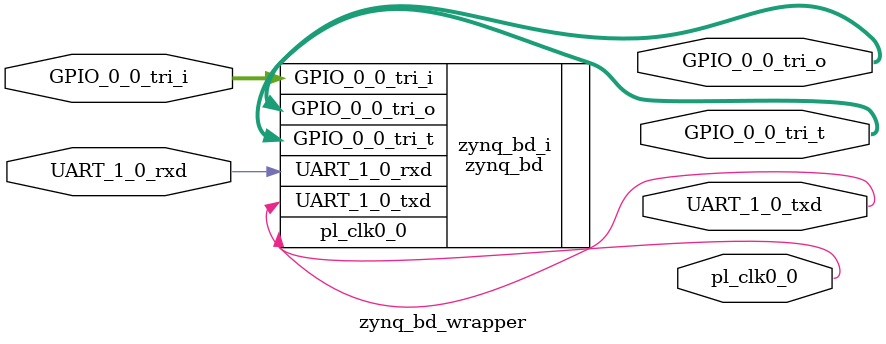
<source format=v>
`timescale 1 ps / 1 ps

module zynq_bd_wrapper
   (UART_1_0_rxd,
    UART_1_0_txd,
    GPIO_0_0_tri_i,
    GPIO_0_0_tri_o,
    GPIO_0_0_tri_t,
    pl_clk0_0    
    );
  input UART_1_0_rxd;
  output UART_1_0_txd;
  input [15:0] GPIO_0_0_tri_i;
  output [15:0] GPIO_0_0_tri_o;
  output [15:0] GPIO_0_0_tri_t;
  output pl_clk0_0;
  zynq_bd zynq_bd_i
       (.UART_1_0_rxd(UART_1_0_rxd),
        .UART_1_0_txd(UART_1_0_txd),
        .GPIO_0_0_tri_i(GPIO_0_0_tri_i),
        .GPIO_0_0_tri_o(GPIO_0_0_tri_o),
        .GPIO_0_0_tri_t(GPIO_0_0_tri_t),
        .pl_clk0_0(pl_clk0_0));
endmodule

</source>
